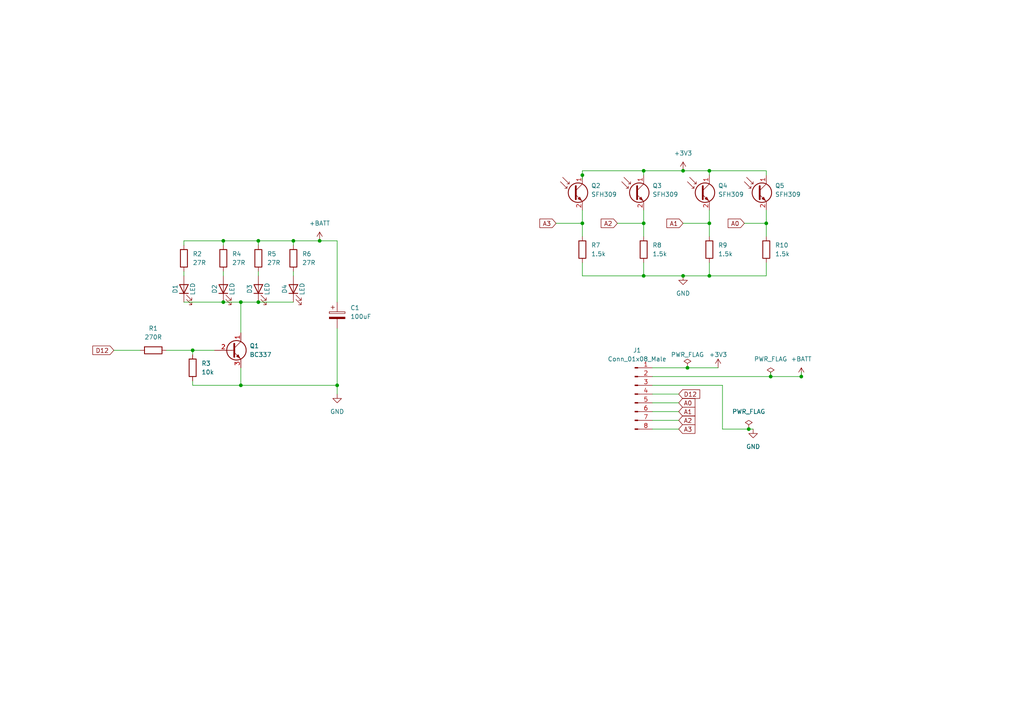
<source format=kicad_sch>
(kicad_sch (version 20211123) (generator eeschema)
  (paper "A4")
  (lib_symbols
    (symbol "Connector:Conn_01x08_Male" (pin_names (offset 1.016) hide)
      (property "Reference" "J" (at 0 10.16 0))
      (property "Value" "Conn_01x08_Male" (at 0 -12.7 0))
      (symbol "Conn_01x08_Male_1_1"
        (polyline (pts (xy 1.27 -10.16) (xy 0.8636 -10.16)) (stroke (width 0.1524)))
        (polyline (pts (xy 1.27 -7.62) (xy 0.8636 -7.62)) (stroke (width 0.1524)))
        (polyline (pts (xy 1.27 -5.08) (xy 0.8636 -5.08)) (stroke (width 0.1524)))
        (polyline (pts (xy 1.27 -2.54) (xy 0.8636 -2.54)) (stroke (width 0.1524)))
        (polyline (pts (xy 1.27 0) (xy 0.8636 0)) (stroke (width 0.1524)))
        (polyline (pts (xy 1.27 2.54) (xy 0.8636 2.54)) (stroke (width 0.1524)))
        (polyline (pts (xy 1.27 5.08) (xy 0.8636 5.08)) (stroke (width 0.1524)))
        (polyline (pts (xy 1.27 7.62) (xy 0.8636 7.62)) (stroke (width 0.1524)))
        (rectangle (start 0.8636 -10.033) (end 0 -10.287) (stroke (width 0.1524)) (fill (type outline)))
        (rectangle (start 0.8636 -7.493) (end 0 -7.747) (stroke (width 0.1524)) (fill (type outline)))
        (rectangle (start 0.8636 -4.953) (end 0 -5.207) (stroke (width 0.1524)) (fill (type outline)))
        (rectangle (start 0.8636 -2.413) (end 0 -2.667) (stroke (width 0.1524)) (fill (type outline)))
        (rectangle (start 0.8636 0.127) (end 0 -0.127) (stroke (width 0.1524)) (fill (type outline)))
        (rectangle (start 0.8636 2.667) (end 0 2.413) (stroke (width 0.1524)) (fill (type outline)))
        (rectangle (start 0.8636 5.207) (end 0 4.953) (stroke (width 0.1524)) (fill (type outline)))
        (rectangle (start 0.8636 7.747) (end 0 7.493) (stroke (width 0.1524)) (fill (type outline)))
        (pin passive line (at 5.08 7.62 180) (length 3.81) (name "Pin_1") (number "1"))
        (pin passive line (at 5.08 5.08 180) (length 3.81) (name "Pin_2") (number "2"))
        (pin passive line (at 5.08 2.54 180) (length 3.81) (name "Pin_3") (number "3"))
        (pin passive line (at 5.08 0 180) (length 3.81) (name "Pin_4") (number "4"))
        (pin passive line (at 5.08 -2.54 180) (length 3.81) (name "Pin_5") (number "5"))
        (pin passive line (at 5.08 -5.08 180) (length 3.81) (name "Pin_6") (number "6"))
        (pin passive line (at 5.08 -7.62 180) (length 3.81) (name "Pin_7") (number "7"))
        (pin passive line (at 5.08 -10.16 180) (length 3.81) (name "Pin_8") (number "8"))
      )
    )
    (symbol "Device:C_Polarized" (pin_numbers hide) (pin_names (offset 0.254))
      (property "Reference" "C" (at 0.635 2.54 0))
      (property "Value" "C_Polarized" (at 0.635 -2.54 0))
      (symbol "C_Polarized_0_1"
        (rectangle (start -2.286 0.508) (end 2.286 1.016))
        (polyline (pts (xy -1.778 2.286) (xy -0.762 2.286)))
        (polyline (pts (xy -1.27 2.794) (xy -1.27 1.778)))
        (rectangle (start 2.286 -0.508) (end -2.286 -1.016) (fill (type outline)))
      )
      (symbol "C_Polarized_1_1"
        (pin passive line (at 0 3.81 270) (length 2.794) (name "~") (number "1"))
        (pin passive line (at 0 -3.81 90) (length 2.794) (name "~") (number "2"))
      )
    )
    (symbol "Device:LED" (pin_numbers hide) (pin_names (offset 1.016) hide)
      (property "Reference" "D" (at 0 2.54 0))
      (property "Value" "LED" (at 0 -2.54 0))
      (symbol "LED_0_1"
        (polyline (pts (xy -1.27 -1.27) (xy -1.27 1.27)) (stroke (width 0.254)))
        (polyline (pts (xy -1.27 0) (xy 1.27 0)))
        (polyline (pts (xy 1.27 -1.27) (xy 1.27 1.27) (xy -1.27 0) (xy 1.27 -1.27)) (stroke (width 0.254)))
        (polyline (pts (xy -3.048 -0.762) (xy -4.572 -2.286) (xy -3.81 -2.286) (xy -4.572 -2.286) (xy -4.572 -1.524)))
        (polyline (pts (xy -1.778 -0.762) (xy -3.302 -2.286) (xy -2.54 -2.286) (xy -3.302 -2.286) (xy -3.302 -1.524)))
      )
      (symbol "LED_1_1"
        (pin passive line (at -3.81 0 0) (length 2.54) (name "K") (number "1"))
        (pin passive line (at 3.81 0 180) (length 2.54) (name "A") (number "2"))
      )
    )
    (symbol "Device:R" (pin_numbers hide) (pin_names (offset 0))
      (property "Reference" "R" (at 2.032 0 90))
      (property "Value" "R" (at 0 0 90))
      (symbol "R_0_1"
        (rectangle (start -1.016 -2.54) (end 1.016 2.54) (stroke (width 0.254)))
      )
      (symbol "R_1_1"
        (pin passive line (at 0 3.81 270) (length 1.27) (name "~") (number "1"))
        (pin passive line (at 0 -3.81 90) (length 1.27) (name "~") (number "2"))
      )
    )
    (symbol "Sensor_Optical:SFH309" (pin_names (offset 0) hide)
      (property "Reference" "Q" (at 5.08 1.27 0))
      (property "Value" "SFH309" (at 5.08 -1.27 0))
      (symbol "SFH309_0_1"
        (polyline (pts (xy -1.905 1.27) (xy -2.54 1.27)))
        (polyline (pts (xy -1.27 2.54) (xy -1.905 2.54)))
        (polyline (pts (xy 0.635 0.635) (xy 2.54 2.54)))
        (polyline (pts (xy -3.81 3.175) (xy -1.905 1.27) (xy -1.905 1.905)))
        (polyline (pts (xy -3.175 4.445) (xy -1.27 2.54) (xy -1.27 3.175)))
        (polyline (pts (xy 0.635 -0.635) (xy 2.54 -2.54) (xy 2.54 -2.54)))
        (polyline (pts (xy 0.635 1.905) (xy 0.635 -1.905) (xy 0.635 -1.905)) (stroke (width 0.508)))
        (polyline (pts (xy 1.27 -1.778) (xy 1.778 -1.27) (xy 2.286 -2.286) (xy 1.27 -1.778) (xy 1.27 -1.778)) (fill (type outline)))
        (circle (center 1.27 0) (radius 2.8194) (stroke (width 0.254)))
      )
      (symbol "SFH309_1_1"
        (pin passive line (at 2.54 5.08 270) (length 2.54) (name "C") (number "1"))
        (pin passive line (at 2.54 -5.08 90) (length 2.54) (name "E") (number "2"))
      )
    )
    (symbol "Transistor_BJT:BC337" (pin_names (offset 0) hide)
      (property "Reference" "Q" (at 5.08 1.905 0))
      (property "Value" "BC337" (at 5.08 0 0))
      (symbol "BC337_0_1"
        (polyline (pts (xy 0 0) (xy 0.635 0)))
        (polyline (pts (xy 0.635 0.635) (xy 2.54 2.54)))
        (polyline (pts (xy 0.635 -0.635) (xy 2.54 -2.54) (xy 2.54 -2.54)))
        (polyline (pts (xy 0.635 1.905) (xy 0.635 -1.905) (xy 0.635 -1.905)) (stroke (width 0.508)))
        (polyline (pts (xy 1.27 -1.778) (xy 1.778 -1.27) (xy 2.286 -2.286) (xy 1.27 -1.778) (xy 1.27 -1.778)) (fill (type outline)))
        (circle (center 1.27 0) (radius 2.8194) (stroke (width 0.254)))
      )
      (symbol "BC337_1_1"
        (pin passive line (at 2.54 5.08 270) (length 2.54) (name "C") (number "1"))
        (pin input line (at -5.08 0 0) (length 5.08) (name "B") (number "2"))
        (pin passive line (at 2.54 -5.08 90) (length 2.54) (name "E") (number "3"))
      )
    )
    (symbol "power:+3.3V" (power) (pin_names (offset 0))
      (property "Value" "+3.3V" (at 0 3.556 0))
      (symbol "+3.3V_0_1"
        (polyline (pts (xy -0.762 1.27) (xy 0 2.54)))
        (polyline (pts (xy 0 0) (xy 0 2.54)))
        (polyline (pts (xy 0 2.54) (xy 0.762 1.27)))
      )
      (symbol "+3.3V_1_1"
        (pin power_in line (at 0 0 90) (length 0) hide (name "+3V3") (number "1"))
      )
    )
    (symbol "power:+BATT" (power) (pin_names (offset 0))
      (property "Value" "+BATT" (at 0 3.556 0))
      (symbol "+BATT_0_1"
        (polyline (pts (xy -0.762 1.27) (xy 0 2.54)))
        (polyline (pts (xy 0 0) (xy 0 2.54)))
        (polyline (pts (xy 0 2.54) (xy 0.762 1.27)))
      )
      (symbol "+BATT_1_1"
        (pin power_in line (at 0 0 90) (length 0) hide (name "+BATT") (number "1"))
      )
    )
    (symbol "power:GND" (power) (pin_names (offset 0))
      (property "Value" "GND" (at 0 -3.81 0))
      (symbol "GND_0_1"
        (polyline (pts (xy 0 0) (xy 0 -1.27) (xy 1.27 -1.27) (xy 0 -2.54) (xy -1.27 -1.27) (xy 0 -1.27)))
      )
      (symbol "GND_1_1"
        (pin power_in line (at 0 0 270) (length 0) hide (name "GND") (number "1"))
      )
    )
    (symbol "power:PWR_FLAG" (power) (pin_numbers hide) (pin_names (offset 0) hide)
      (property "Value" "PWR_FLAG" (at 0 3.81 0))
      (symbol "PWR_FLAG_0_0"
        (pin power_out line (at 0 0 90) (length 0) (name "pwr") (number "1"))
      )
      (symbol "PWR_FLAG_0_1"
        (polyline (pts (xy 0 0) (xy 0 1.27) (xy -1.016 1.905) (xy 0 2.54) (xy 1.016 1.905) (xy 0 1.27)))
      )
    )
  )
  (junction (at 223.52 109.22))
  (junction (at 92.71 69.85))
  (junction (at 55.88 101.6))
  (junction (at 97.79 111.76))
  (junction (at 198.12 49.53))
  (junction (at 205.74 49.53))
  (junction (at 74.93 69.85))
  (junction (at 199.39 106.68))
  (junction (at 222.25 64.77))
  (junction (at 205.74 80.01))
  (junction (at 198.12 80.01))
  (junction (at 69.85 111.76))
  (junction (at 85.09 69.85))
  (junction (at 64.77 87.63))
  (junction (at 168.91 64.77))
  (junction (at 69.85 87.63))
  (junction (at 186.69 64.77))
  (junction (at 232.41 109.22))
  (junction (at 217.17 124.46))
  (junction (at 168.91 50.8))
  (junction (at 186.69 49.53))
  (junction (at 64.77 69.85))
  (junction (at 205.74 64.77))
  (junction (at 186.69 80.01))
  (junction (at 74.93 87.63))
  (wire (pts (xy 186.69 80.01) (xy 198.12 80.01)))
  (wire (pts (xy 179.07 64.77) (xy 186.69 64.77)))
  (wire (pts (xy 186.69 49.53) (xy 198.12 49.53)))
  (wire (pts (xy 223.52 109.22) (xy 232.41 109.22)))
  (wire (pts (xy 189.23 114.3) (xy 196.85 114.3)))
  (wire (pts (xy 189.23 116.84) (xy 196.85 116.84)))
  (wire (pts (xy 198.12 80.01) (xy 205.74 80.01)))
  (wire (pts (xy 168.91 60.96) (xy 168.91 64.77)))
  (wire (pts (xy 168.91 80.01) (xy 186.69 80.01)))
  (wire (pts (xy 198.12 49.53) (xy 205.74 49.53)))
  (wire (pts (xy 92.71 69.85) (xy 97.79 69.85)))
  (wire (pts (xy 69.85 87.63) (xy 69.85 96.52)))
  (wire (pts (xy 55.88 110.49) (xy 55.88 111.76)))
  (wire (pts (xy 53.34 87.63) (xy 64.77 87.63)))
  (wire (pts (xy 189.23 111.76) (xy 209.55 111.76)))
  (wire (pts (xy 64.77 78.74) (xy 64.77 80.01)))
  (wire (pts (xy 53.34 69.85) (xy 64.77 69.85)))
  (wire (pts (xy 97.79 111.76) (xy 97.79 114.3)))
  (wire (pts (xy 74.93 87.63) (xy 85.09 87.63)))
  (wire (pts (xy 223.52 107.95) (xy 223.52 109.22)))
  (wire (pts (xy 189.23 109.22) (xy 223.52 109.22)))
  (wire (pts (xy 74.93 69.85) (xy 85.09 69.85)))
  (wire (pts (xy 55.88 102.87) (xy 55.88 101.6)))
  (wire (pts (xy 232.41 107.95) (xy 232.41 109.22)))
  (wire (pts (xy 53.34 69.85) (xy 53.34 71.12)))
  (wire (pts (xy 199.39 106.68) (xy 208.28 106.68)))
  (wire (pts (xy 168.91 49.53) (xy 168.91 50.8)))
  (wire (pts (xy 205.74 49.53) (xy 222.25 49.53)))
  (wire (pts (xy 97.79 69.85) (xy 97.79 87.63)))
  (wire (pts (xy 222.25 76.2) (xy 222.25 80.01)))
  (wire (pts (xy 215.9 64.77) (xy 222.25 64.77)))
  (wire (pts (xy 48.26 101.6) (xy 55.88 101.6)))
  (wire (pts (xy 205.74 60.96) (xy 205.74 64.77)))
  (wire (pts (xy 186.69 76.2) (xy 186.69 80.01)))
  (wire (pts (xy 168.91 50.8) (xy 168.91 52.07)))
  (wire (pts (xy 186.69 60.96) (xy 186.69 64.77)))
  (wire (pts (xy 55.88 111.76) (xy 69.85 111.76)))
  (wire (pts (xy 205.74 80.01) (xy 222.25 80.01)))
  (wire (pts (xy 189.23 119.38) (xy 196.85 119.38)))
  (wire (pts (xy 186.69 68.58) (xy 186.69 64.77)))
  (wire (pts (xy 74.93 78.74) (xy 74.93 80.01)))
  (wire (pts (xy 222.25 49.53) (xy 222.25 50.8)))
  (wire (pts (xy 161.29 64.77) (xy 168.91 64.77)))
  (wire (pts (xy 64.77 69.85) (xy 74.93 69.85)))
  (wire (pts (xy 217.17 124.46) (xy 218.44 124.46)))
  (wire (pts (xy 205.74 76.2) (xy 205.74 80.01)))
  (wire (pts (xy 85.09 78.74) (xy 85.09 80.01)))
  (wire (pts (xy 209.55 111.76) (xy 209.55 124.46)))
  (wire (pts (xy 64.77 87.63) (xy 69.85 87.63)))
  (wire (pts (xy 69.85 106.68) (xy 69.85 111.76)))
  (wire (pts (xy 69.85 87.63) (xy 74.93 87.63)))
  (wire (pts (xy 189.23 121.92) (xy 196.85 121.92)))
  (wire (pts (xy 168.91 68.58) (xy 168.91 64.77)))
  (wire (pts (xy 209.55 124.46) (xy 217.17 124.46)))
  (wire (pts (xy 186.69 49.53) (xy 186.69 50.8)))
  (wire (pts (xy 222.25 68.58) (xy 222.25 64.77)))
  (wire (pts (xy 64.77 71.12) (xy 64.77 69.85)))
  (wire (pts (xy 168.91 76.2) (xy 168.91 80.01)))
  (wire (pts (xy 189.23 124.46) (xy 196.85 124.46)))
  (wire (pts (xy 33.02 101.6) (xy 40.64 101.6)))
  (wire (pts (xy 205.74 49.53) (xy 205.74 50.8)))
  (wire (pts (xy 168.91 49.53) (xy 186.69 49.53)))
  (wire (pts (xy 97.79 111.76) (xy 97.79 95.25)))
  (wire (pts (xy 85.09 71.12) (xy 85.09 69.85)))
  (wire (pts (xy 205.74 68.58) (xy 205.74 64.77)))
  (wire (pts (xy 69.85 111.76) (xy 97.79 111.76)))
  (wire (pts (xy 189.23 106.68) (xy 199.39 106.68)))
  (wire (pts (xy 74.93 71.12) (xy 74.93 69.85)))
  (wire (pts (xy 92.71 69.85) (xy 85.09 69.85)))
  (wire (pts (xy 222.25 60.96) (xy 222.25 64.77)))
  (wire (pts (xy 198.12 64.77) (xy 205.74 64.77)))
  (wire (pts (xy 53.34 78.74) (xy 53.34 80.01)))
  (wire (pts (xy 55.88 101.6) (xy 62.23 101.6)))
  (global_label "A0" (shape input) (at 196.85 116.84 0) (property "Intersheet References" "${INTERSHEET_REFS}" (effects hide)))
  (global_label "A2" (shape input) (at 179.07 64.77 180) (property "Intersheet References" "${INTERSHEET_REFS}" (effects hide)))
  (global_label "A3" (shape input) (at 161.29 64.77 180) (property "Intersheet References" "${INTERSHEET_REFS}" (effects hide)))
  (global_label "A3" (shape input) (at 196.85 124.46 0) (property "Intersheet References" "${INTERSHEET_REFS}" (effects hide)))
  (global_label "A0" (shape input) (at 215.9 64.77 180) (property "Intersheet References" "${INTERSHEET_REFS}" (effects hide)))
  (global_label "D12" (shape input) (at 196.85 114.3 0) (property "Intersheet References" "${INTERSHEET_REFS}" (effects hide)))
  (global_label "A1" (shape input) (at 198.12 64.77 180) (property "Intersheet References" "${INTERSHEET_REFS}" (effects hide)))
  (global_label "D12" (shape input) (at 33.02 101.6 180) (property "Intersheet References" "${INTERSHEET_REFS}" (effects hide)))
  (global_label "A2" (shape input) (at 196.85 121.92 0) (property "Intersheet References" "${INTERSHEET_REFS}" (effects hide)))
  (global_label "A1" (shape input) (at 196.85 119.38 0) (property "Intersheet References" "${INTERSHEET_REFS}" (effects hide)))
  (symbol (lib_id "Device:LED") (at 53.34 83.82 90) (unit 1)
    (property "Reference" "D1" (at 50.8 83.82 0))
    (property "Value" "LED" (at 55.88 83.82 0))
    (property "Footprint" "LED_THT:LED_D3.0mm_Clear" (effects hide))
  )
  (symbol (lib_id "power:+3.3V") (at 208.28 106.68 0) (unit 1)
    (property "Reference" "#PWR07" (effects hide))
    (property "Value" "+3.3V" (at 208.28 102.87 0))
  )
  (symbol (lib_id "Device:R") (at 205.74 72.39 180) (unit 1)
    (property "Reference" "R9" (at 208.28 71.1199 0) (effects (justify right)))
    (property "Value" "1.5k" (at 208.28 73.6599 0) (effects (justify right)))
    (property "Footprint" "Resistor_THT:R_Axial_DIN0207_L6.3mm_D2.5mm_P7.62mm_Horizontal" (effects hide))
  )
  (symbol (lib_id "Device:R") (at 64.77 74.93 0) (unit 1)
    (property "Reference" "R4" (at 67.31 73.6599 0) (effects (justify left)))
    (property "Value" "27R" (at 67.31 76.1999 0) (effects (justify left)))
    (property "Footprint" "Resistor_THT:R_Axial_DIN0207_L6.3mm_D2.5mm_P7.62mm_Horizontal" (effects hide))
  )
  (symbol (lib_id "power:PWR_FLAG") (at 223.52 109.22 0) (unit 1)
    (property "Reference" "#FLG01" (effects hide))
    (property "Value" "PWR_FLAG" (at 223.52 104.14 0))
  )
  (symbol (lib_id "Connector:Conn_01x08_Male") (at 184.15 114.3 0) (unit 1)
    (property "Reference" "J1" (at 184.785 101.6 0))
    (property "Value" "Conn_01x08_Male" (at 184.785 104.14 0))
    (property "Footprint" "Connector_JST:JST_PH_S8B-PH-K_1x08_P2.00mm_Horizontal" (effects hide))
  )
  (symbol (lib_id "Device:R") (at 168.91 72.39 180) (unit 1)
    (property "Reference" "R7" (at 171.45 71.1199 0) (effects (justify right)))
    (property "Value" "1.5k" (at 171.45 73.6599 0) (effects (justify right)))
    (property "Footprint" "Resistor_THT:R_Axial_DIN0207_L6.3mm_D2.5mm_P7.62mm_Horizontal" (effects hide))
  )
  (symbol (lib_id "power:PWR_FLAG") (at 199.39 106.68 0) (unit 1)
    (property "Reference" "#FLG02" (effects hide))
    (property "Value" "PWR_FLAG" (at 199.39 102.87 0))
  )
  (symbol (lib_id "Device:R") (at 55.88 106.68 0) (unit 1)
    (property "Reference" "R3" (at 58.42 105.4099 0) (effects (justify left)))
    (property "Value" "10k" (at 58.42 107.9499 0) (effects (justify left)))
    (property "Footprint" "Resistor_THT:R_Axial_DIN0207_L6.3mm_D2.5mm_P7.62mm_Horizontal" (effects hide))
  )
  (symbol (lib_id "power:+3.3V") (at 198.12 49.53 0) (unit 1)
    (property "Reference" "#PWR03" (effects hide))
    (property "Value" "+3.3V" (at 198.12 44.45 0))
  )
  (symbol (lib_id "power:GND") (at 97.79 114.3 0) (unit 1)
    (property "Reference" "#PWR02" (effects hide))
    (property "Value" "GND" (at 97.79 119.38 0))
  )
  (symbol (lib_id "Sensor_Optical:SFH309") (at 219.71 55.88 0) (unit 1)
    (property "Reference" "Q5" (at 224.79 53.8606 0) (effects (justify left)))
    (property "Value" "SFH309" (at 224.79 56.4006 0) (effects (justify left)))
    (property "Footprint" "LED_THT:LED_D3.0mm_Clear" (effects hide))
    (property "Datasheet" "http://www.osram-os.com/Graphics/XPic2/00101811_0.pdf/SFH%20309,%20SFH%20309%20FA,%20Lead%20(Pb)%20Free%20Product%20-%20RoHS%20Compliant.pdf" (effects hide))
  )
  (symbol (lib_id "Sensor_Optical:SFH309") (at 184.15 55.88 0) (unit 1)
    (property "Reference" "Q3" (at 189.23 53.8606 0) (effects (justify left)))
    (property "Value" "SFH309" (at 189.23 56.4006 0) (effects (justify left)))
    (property "Footprint" "LED_THT:LED_D3.0mm_Clear" (effects hide))
    (property "Datasheet" "http://www.osram-os.com/Graphics/XPic2/00101811_0.pdf/SFH%20309,%20SFH%20309%20FA,%20Lead%20(Pb)%20Free%20Product%20-%20RoHS%20Compliant.pdf" (effects hide))
  )
  (symbol (lib_id "power:+BATT") (at 92.71 69.85 0) (unit 1)
    (property "Reference" "#PWR01" (effects hide))
    (property "Value" "+BATT" (at 92.71 64.77 0))
  )
  (symbol (lib_id "Device:LED") (at 64.77 83.82 90) (unit 1)
    (property "Reference" "D2" (at 62.23 83.82 0))
    (property "Value" "LED" (at 67.31 83.82 0))
    (property "Footprint" "LED_THT:LED_D3.0mm_Clear" (effects hide))
  )
  (symbol (lib_id "Device:R") (at 186.69 72.39 180) (unit 1)
    (property "Reference" "R8" (at 189.23 71.1199 0) (effects (justify right)))
    (property "Value" "1.5k" (at 189.23 73.6599 0) (effects (justify right)))
    (property "Footprint" "Resistor_THT:R_Axial_DIN0207_L6.3mm_D2.5mm_P7.62mm_Horizontal" (effects hide))
  )
  (symbol (lib_id "power:+BATT") (at 232.41 109.22 0) (unit 1)
    (property "Reference" "#PWR06" (effects hide))
    (property "Value" "+BATT" (at 232.41 104.14 0))
  )
  (symbol (lib_id "Transistor_BJT:BC337") (at 67.31 101.6 0) (unit 1)
    (property "Reference" "Q1" (at 72.39 100.3299 0) (effects (justify left)))
    (property "Value" "BC337" (at 72.39 102.8699 0) (effects (justify left)))
    (property "Footprint" "Package_TO_SOT_THT:TO-92_Inline" (effects hide))
    (property "Datasheet" "https://diotec.com/tl_files/diotec/files/pdf/datasheets/bc337.pdf" (effects hide))
  )
  (symbol (lib_id "power:GND") (at 198.12 80.01 0) (unit 1)
    (property "Reference" "#PWR04" (effects hide))
    (property "Value" "GND" (at 198.12 85.09 0))
  )
  (symbol (lib_id "Device:C_Polarized") (at 97.79 91.44 0) (unit 1)
    (property "Reference" "C1" (at 101.6 89.2809 0) (effects (justify left)))
    (property "Value" "100uF" (at 101.6 91.8209 0) (effects (justify left)))
    (property "Footprint" "Capacitor_THT:CP_Radial_D5.0mm_P2.50mm" (effects hide))
  )
  (symbol (lib_id "power:GND") (at 218.44 124.46 0) (unit 1)
    (property "Reference" "#PWR05" (effects hide))
    (property "Value" "GND" (at 218.44 129.54 0))
  )
  (symbol (lib_id "Device:R") (at 53.34 74.93 0) (unit 1)
    (property "Reference" "R2" (at 55.88 73.6599 0) (effects (justify left)))
    (property "Value" "27R" (at 55.88 76.1999 0) (effects (justify left)))
    (property "Footprint" "Resistor_THT:R_Axial_DIN0207_L6.3mm_D2.5mm_P7.62mm_Horizontal" (effects hide))
  )
  (symbol (lib_id "Device:R") (at 44.45 101.6 90) (unit 1)
    (property "Reference" "R1" (at 44.45 95.25 90))
    (property "Value" "270R" (at 44.45 97.79 90))
    (property "Footprint" "Resistor_THT:R_Axial_DIN0207_L6.3mm_D2.5mm_P7.62mm_Horizontal" (effects hide))
  )
  (symbol (lib_id "Sensor_Optical:SFH309") (at 166.37 55.88 0) (unit 1)
    (property "Reference" "Q2" (at 171.45 53.8606 0) (effects (justify left)))
    (property "Value" "SFH309" (at 171.45 56.4006 0) (effects (justify left)))
    (property "Footprint" "LED_THT:LED_D3.0mm_Clear" (effects hide))
    (property "Datasheet" "http://www.osram-os.com/Graphics/XPic2/00101811_0.pdf/SFH%20309,%20SFH%20309%20FA,%20Lead%20(Pb)%20Free%20Product%20-%20RoHS%20Compliant.pdf" (effects hide))
  )
  (symbol (lib_id "Device:R") (at 222.25 72.39 180) (unit 1)
    (property "Reference" "R10" (at 224.79 71.1199 0) (effects (justify right)))
    (property "Value" "1.5k" (at 224.79 73.6599 0) (effects (justify right)))
    (property "Footprint" "Resistor_THT:R_Axial_DIN0207_L6.3mm_D2.5mm_P7.62mm_Horizontal" (effects hide))
  )
  (symbol (lib_id "Device:R") (at 74.93 74.93 0) (unit 1)
    (property "Reference" "R5" (at 77.47 73.6599 0) (effects (justify left)))
    (property "Value" "27R" (at 77.47 76.1999 0) (effects (justify left)))
    (property "Footprint" "Resistor_THT:R_Axial_DIN0207_L6.3mm_D2.5mm_P7.62mm_Horizontal" (effects hide))
  )
  (symbol (lib_id "power:PWR_FLAG") (at 217.17 124.46 0) (unit 1)
    (property "Reference" "#FLG0101" (effects hide))
    (property "Value" "PWR_FLAG" (at 217.17 119.38 0))
  )
  (symbol (lib_id "Sensor_Optical:SFH309") (at 203.2 55.88 0) (unit 1)
    (property "Reference" "Q4" (at 208.28 53.8606 0) (effects (justify left)))
    (property "Value" "SFH309" (at 208.28 56.4006 0) (effects (justify left)))
    (property "Footprint" "LED_THT:LED_D3.0mm_Clear" (effects hide))
    (property "Datasheet" "http://www.osram-os.com/Graphics/XPic2/00101811_0.pdf/SFH%20309,%20SFH%20309%20FA,%20Lead%20(Pb)%20Free%20Product%20-%20RoHS%20Compliant.pdf" (effects hide))
  )
  (symbol (lib_id "Device:R") (at 85.09 74.93 0) (unit 1)
    (property "Reference" "R6" (at 87.63 73.6599 0) (effects (justify left)))
    (property "Value" "27R" (at 87.63 76.1999 0) (effects (justify left)))
    (property "Footprint" "Resistor_THT:R_Axial_DIN0207_L6.3mm_D2.5mm_P7.62mm_Horizontal" (effects hide))
  )
  (symbol (lib_id "Device:LED") (at 74.93 83.82 90) (unit 1)
    (property "Reference" "D3" (at 72.39 83.82 0))
    (property "Value" "LED" (at 77.47 83.82 0))
    (property "Footprint" "LED_THT:LED_D3.0mm_Clear" (effects hide))
  )
  (symbol (lib_id "Device:LED") (at 85.09 83.82 90) (unit 1)
    (property "Reference" "D4" (at 82.55 83.82 0))
    (property "Value" "LED" (at 87.63 83.82 0))
    (property "Footprint" "LED_THT:LED_D3.0mm_Clear" (effects hide))
  )
)
</source>
